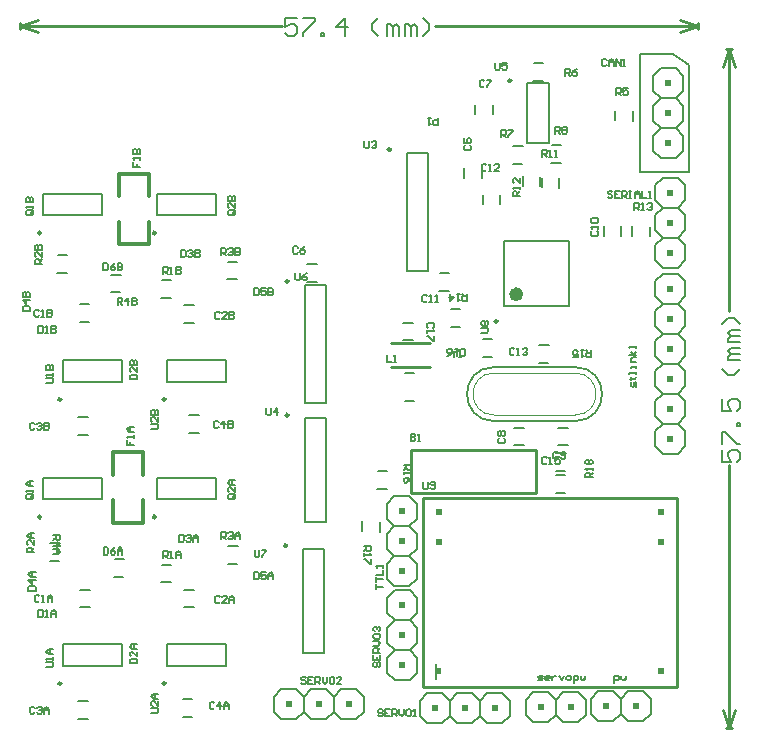
<source format=gto>
G04*
G04 #@! TF.GenerationSoftware,Altium Limited,Altium Designer,24.10.1 (45)*
G04*
G04 Layer_Color=65535*
%FSLAX44Y44*%
%MOMM*%
G71*
G04*
G04 #@! TF.SameCoordinates,C031E789-135E-4793-A04E-BF888AAD087F*
G04*
G04*
G04 #@! TF.FilePolarity,Positive*
G04*
G01*
G75*
%ADD10C,0.0508*%
%ADD11C,0.1524*%
%ADD12C,0.2500*%
%ADD13C,0.6000*%
%ADD14C,0.2000*%
%ADD15C,0.2540*%
%ADD16C,0.3048*%
%ADD17C,0.1500*%
%ADD18R,0.5080X0.5080*%
D10*
X402210Y-274720D02*
G03*
X402210Y-310280I0J-17780D01*
G01*
X470790D02*
G03*
X470790Y-274720I0J17780D01*
G01*
X402210Y-274720D02*
X470790D01*
X402210Y-310280D02*
X470790D01*
D11*
X402210Y-269640D02*
G03*
X402210Y-315360I0J-22860D01*
G01*
X470790D02*
G03*
X470790Y-269640I0J22860D01*
G01*
X435250Y-570200D02*
X447950D01*
X428900Y-563850D02*
X435250Y-570200D01*
X428900Y-551150D02*
X435250Y-544800D01*
X428900Y-563850D02*
Y-551150D01*
X454300Y-563850D02*
X460650Y-570200D01*
X473350D01*
X479700Y-563850D01*
Y-551150D01*
X473350Y-544800D02*
X479700Y-551150D01*
X460650Y-544800D02*
X473350D01*
X454300Y-551150D02*
X460650Y-544800D01*
X447950Y-570200D02*
X454300Y-563850D01*
Y-551150D01*
X447950Y-544800D02*
X454300Y-551150D01*
X435250Y-544800D02*
X447950D01*
X515650Y-544300D02*
X528350D01*
X534700Y-550650D01*
X528350Y-569700D02*
X534700Y-563350D01*
Y-550650D01*
X502950Y-544300D02*
X509300Y-550650D01*
X490250Y-544300D02*
X502950D01*
X483900Y-550650D02*
X490250Y-544300D01*
X483900Y-563350D02*
Y-550650D01*
Y-563350D02*
X490250Y-569700D01*
X502950D01*
X509300Y-563350D01*
Y-550650D02*
X515650Y-544300D01*
X509300Y-563350D02*
Y-550650D01*
Y-563350D02*
X515650Y-569700D01*
X528350D01*
X402210Y-269640D02*
X470790D01*
X402210Y-315360D02*
X470790D01*
X352706Y-533578D02*
Y-520878D01*
X311300Y-448850D02*
Y-436150D01*
X317650Y-429800D01*
X330350D01*
X336700Y-436150D01*
X311300Y-423450D02*
X317650Y-429800D01*
X311300Y-423450D02*
Y-410750D01*
X317650Y-404400D01*
X330350D01*
X336700Y-410750D01*
Y-423450D02*
Y-410750D01*
X330350Y-429800D02*
X336700Y-423450D01*
X317650Y-455200D02*
X330350D01*
X311300Y-448850D02*
X317650Y-455200D01*
X330350D02*
X336700Y-448850D01*
Y-436150D01*
X311300Y-398050D02*
X317650Y-404400D01*
X311300Y-398050D02*
Y-385350D01*
X317650Y-379000D01*
X330350D01*
X336700Y-385350D01*
Y-398050D02*
Y-385350D01*
X330350Y-404400D02*
X336700Y-398050D01*
X538800Y-260650D02*
Y-247950D01*
X545150Y-241600D01*
X557850D01*
X564200Y-247950D01*
X538800Y-235250D02*
X545150Y-241600D01*
X538800Y-235250D02*
Y-222550D01*
X545150Y-216200D01*
X557850D01*
X564200Y-222550D01*
Y-235250D02*
Y-222550D01*
X557850Y-241600D02*
X564200Y-235250D01*
X538800Y-286050D02*
X545150Y-292400D01*
X538800Y-286050D02*
Y-273350D01*
X545150Y-267000D01*
X557850D01*
X564200Y-273350D01*
Y-286050D02*
Y-273350D01*
X557850Y-292400D02*
X564200Y-286050D01*
X538800Y-260650D02*
X545150Y-267000D01*
X557850D02*
X564200Y-260650D01*
Y-247950D01*
X538800Y-336850D02*
Y-324150D01*
X545150Y-317800D01*
X557850D01*
X564200Y-324150D01*
X538800Y-311450D02*
X545150Y-317800D01*
X538800Y-311450D02*
Y-298750D01*
X545150Y-292400D01*
X557850D01*
X564200Y-298750D01*
Y-311450D02*
Y-298750D01*
X557850Y-317800D02*
X564200Y-311450D01*
X545150Y-343200D02*
X557850D01*
X538800Y-336850D02*
X545150Y-343200D01*
X557850D02*
X564200Y-336850D01*
Y-324150D01*
X538800Y-209850D02*
Y-197150D01*
X545150Y-190800D01*
X557850D01*
X564200Y-197150D01*
X538800Y-209850D02*
X545150Y-216200D01*
X557850D02*
X564200Y-209850D01*
Y-197150D01*
X337200Y-477850D02*
Y-465150D01*
X330850Y-484200D02*
X337200Y-477850D01*
X318150Y-484200D02*
X330850D01*
X311800Y-477850D02*
X318150Y-484200D01*
X330850D02*
X337200Y-490550D01*
Y-503250D02*
Y-490550D01*
X330850Y-509600D02*
X337200Y-503250D01*
X318150Y-509600D02*
X330850D01*
X311800Y-503250D02*
X318150Y-509600D01*
X311800Y-503250D02*
Y-490550D01*
X318150Y-484200D01*
Y-458800D02*
X330850D01*
X337200Y-465150D01*
X311800D02*
X318150Y-458800D01*
X311800Y-477850D02*
Y-465150D01*
X330850Y-509600D02*
X337200Y-515950D01*
Y-528650D02*
Y-515950D01*
X330850Y-535000D02*
X337200Y-528650D01*
X318150Y-535000D02*
X330850D01*
X311800Y-528650D02*
X318150Y-535000D01*
X311800Y-528650D02*
Y-515950D01*
X318150Y-509600D01*
X222250Y-542300D02*
X234950D01*
X241300Y-548650D01*
Y-561350D02*
Y-548650D01*
X234950Y-567700D02*
X241300Y-561350D01*
Y-548650D02*
X247650Y-542300D01*
X260350D01*
X266700Y-548650D01*
Y-561350D02*
Y-548650D01*
X260350Y-567700D02*
X266700Y-561350D01*
X247650Y-567700D02*
X260350D01*
X241300Y-561350D02*
X247650Y-567700D01*
X215900Y-561350D02*
Y-548650D01*
X222250Y-542300D01*
X215900Y-561350D02*
X222250Y-567700D01*
X234950D01*
X266700Y-548650D02*
X273050Y-542300D01*
X285750D01*
X292100Y-548650D01*
Y-561350D02*
Y-548650D01*
X285750Y-567700D02*
X292100Y-561350D01*
X273050Y-567700D02*
X285750D01*
X266700Y-561350D02*
X273050Y-567700D01*
X396550Y-571200D02*
X409250D01*
X390200Y-564850D02*
X396550Y-571200D01*
X390200Y-564850D02*
Y-552150D01*
X396550Y-545800D01*
X383850Y-571200D02*
X390200Y-564850D01*
X371150Y-571200D02*
X383850D01*
X364800Y-564850D02*
X371150Y-571200D01*
X364800Y-564850D02*
Y-552150D01*
X371150Y-545800D01*
X383850D01*
X390200Y-552150D01*
X415600Y-564850D02*
Y-552150D01*
X409250Y-571200D02*
X415600Y-564850D01*
X409250Y-545800D02*
X415600Y-552150D01*
X396550Y-545800D02*
X409250D01*
X358450Y-571200D02*
X364800Y-564850D01*
X345750Y-571200D02*
X358450D01*
X339400Y-564850D02*
X345750Y-571200D01*
X339400Y-564850D02*
Y-552150D01*
X345750Y-545800D01*
X358450D01*
X364800Y-552150D01*
X555850Y-42200D02*
X562200Y-35850D01*
Y-23150D01*
X555850Y-16800D02*
X562200Y-23150D01*
X543150Y-16800D02*
X555850D01*
X536800Y-23150D02*
X543150Y-16800D01*
X536800Y-35850D02*
Y-23150D01*
Y-35850D02*
X543150Y-42200D01*
X562200Y-86650D02*
Y-73950D01*
X555850Y-93000D02*
X562200Y-86650D01*
X536800D02*
X543150Y-93000D01*
X555850D01*
Y-67600D02*
X562200Y-61250D01*
Y-48550D01*
X555850Y-42200D02*
X562200Y-48550D01*
X543150Y-42200D02*
X555850D01*
X536800Y-48550D02*
X543150Y-42200D01*
X536800Y-61250D02*
Y-48550D01*
Y-61250D02*
X543150Y-67600D01*
X555850D02*
X562200Y-73950D01*
X543150Y-67600D02*
X555850D01*
X536800Y-73950D02*
X543150Y-67600D01*
X536800Y-86650D02*
Y-73950D01*
X538800Y-179250D02*
Y-166550D01*
X545150Y-160200D01*
X557850D01*
X564200Y-166550D01*
X538800Y-153850D02*
X545150Y-160200D01*
X538800Y-153850D02*
Y-141150D01*
X545150Y-134800D01*
X557850D01*
X564200Y-141150D01*
Y-153850D02*
Y-141150D01*
X557850Y-160200D02*
X564200Y-153850D01*
X545150Y-185600D02*
X557850D01*
X538800Y-179250D02*
X545150Y-185600D01*
X557850D02*
X564200Y-179250D01*
Y-166550D01*
X538800Y-128450D02*
X545150Y-134800D01*
X538800Y-128450D02*
Y-115750D01*
X545150Y-109400D01*
X557850D01*
X564200Y-115750D01*
Y-128450D02*
Y-115750D01*
X557850Y-134800D02*
X564200Y-128450D01*
X235197Y25594D02*
X225040D01*
Y17976D01*
X230118Y20515D01*
X232658D01*
X235197Y17976D01*
Y12898D01*
X232658Y10359D01*
X227579D01*
X225040Y12898D01*
X240275Y25594D02*
X250432D01*
Y23054D01*
X240275Y12898D01*
Y10359D01*
X255510D02*
Y12898D01*
X258049D01*
Y10359D01*
X255510D01*
X275824D02*
Y25594D01*
X268206Y17976D01*
X278363D01*
X303755Y10359D02*
X298676Y15437D01*
Y20515D01*
X303755Y25594D01*
X311372Y10359D02*
Y20515D01*
X313911D01*
X316450Y17976D01*
Y10359D01*
Y17976D01*
X318990Y20515D01*
X321529Y17976D01*
Y10359D01*
X326607D02*
Y20515D01*
X329146D01*
X331685Y17976D01*
Y10359D01*
Y17976D01*
X334225Y20515D01*
X336764Y17976D01*
Y10359D01*
X341842D02*
X346921Y15437D01*
Y20515D01*
X341842Y25594D01*
X595406Y-339812D02*
Y-349969D01*
X603024D01*
X600485Y-344890D01*
Y-342351D01*
X603024Y-339812D01*
X608102D01*
X610642Y-342351D01*
Y-347429D01*
X608102Y-349969D01*
X595406Y-334734D02*
Y-324577D01*
X597946D01*
X608102Y-334734D01*
X610642D01*
Y-319498D02*
X608102D01*
Y-316959D01*
X610642D01*
Y-319498D01*
X595406Y-296646D02*
Y-306803D01*
X603024D01*
X600485Y-301724D01*
Y-299185D01*
X603024Y-296646D01*
X608102D01*
X610642Y-299185D01*
Y-304263D01*
X608102Y-306803D01*
X610642Y-271254D02*
X605563Y-276332D01*
X600485D01*
X595406Y-271254D01*
X610642Y-263636D02*
X600485D01*
Y-261097D01*
X603024Y-258558D01*
X610642D01*
X603024D01*
X600485Y-256019D01*
X603024Y-253480D01*
X610642D01*
Y-248401D02*
X600485D01*
Y-245862D01*
X603024Y-243323D01*
X610642D01*
X603024D01*
X600485Y-240784D01*
X603024Y-238245D01*
X610642D01*
Y-233166D02*
X605563Y-228088D01*
X600485D01*
X595406Y-233166D01*
D12*
X405250Y-231000D02*
G03*
X405250Y-231000I-1250J0D01*
G01*
X226750Y-420900D02*
G03*
X226750Y-420900I-1250J0D01*
G01*
X228250Y-197050D02*
G03*
X228250Y-197050I-1250J0D01*
G01*
X416750Y-27000D02*
G03*
X416750Y-27000I-1250J0D01*
G01*
X18769Y-396501D02*
G03*
X18769Y-396501I-1250J0D01*
G01*
X115769D02*
G03*
X115769Y-396501I-1250J0D01*
G01*
X35769Y-537501D02*
G03*
X35769Y-537501I-1250J0D01*
G01*
X124119Y-537501D02*
G03*
X124119Y-537501I-1250J0D01*
G01*
X18700Y-156000D02*
G03*
X18700Y-156000I-1250J0D01*
G01*
X115700D02*
G03*
X115700Y-156000I-1250J0D01*
G01*
X35700Y-297000D02*
G03*
X35700Y-297000I-1250J0D01*
G01*
X124050Y-297000D02*
G03*
X124050Y-297000I-1250J0D01*
G01*
X314750Y-85550D02*
G03*
X314750Y-85550I-1250J0D01*
G01*
X228250Y-310400D02*
G03*
X228250Y-310400I-1250J0D01*
G01*
D13*
X424000Y-208000D02*
G03*
X424000Y-208000I-3000J0D01*
G01*
D14*
X377000Y-109422D02*
Y-101422D01*
X392000Y-109422D02*
Y-101422D01*
X411000Y-218000D02*
X466000D01*
X411000Y-163000D02*
X466000D01*
X411000Y-218000D02*
Y-163000D01*
X466000Y-218000D02*
Y-163000D01*
X240500Y-511500D02*
Y-423500D01*
X258500Y-511500D02*
Y-423500D01*
X240500D02*
X258500D01*
X240500Y-511500D02*
X258500D01*
X242000Y-300000D02*
Y-200000D01*
X260000Y-300000D02*
Y-200000D01*
X242000D02*
X260000D01*
X242000Y-300000D02*
X260000D01*
X430500Y-79550D02*
Y-29550D01*
X448500Y-79550D02*
Y-29550D01*
X430500D02*
X448500D01*
X430500Y-79550D02*
X448500D01*
X454500Y-357500D02*
X462500D01*
X455000Y-342500D02*
X463000D01*
X290500Y-408422D02*
Y-400422D01*
X305500Y-408922D02*
Y-400922D01*
X304000Y-358000D02*
X312000D01*
X303500Y-373000D02*
X311500D01*
X440078Y-266000D02*
X448078D01*
X440578Y-251000D02*
X448578D01*
X356000Y-205000D02*
X364000D01*
X356500Y-190000D02*
X364500D01*
X519000Y-158422D02*
Y-150422D01*
X534000Y-158922D02*
Y-150922D01*
X426500Y-116000D02*
Y-108000D01*
X441500Y-116500D02*
Y-108500D01*
X457500Y-118000D02*
Y-110000D01*
X442500Y-117500D02*
Y-109500D01*
X418500Y-82500D02*
X426500D01*
X418000Y-97500D02*
X426000D01*
X435500Y-27500D02*
X443500D01*
X436000Y-12500D02*
X444000D01*
X505000Y-60500D02*
Y-52500D01*
X520000Y-61000D02*
Y-53000D01*
X326500Y-274500D02*
X334500D01*
X326500Y-298500D02*
X334500D01*
X567500Y-16900D02*
Y-14233D01*
X553500Y-4900D02*
X567500Y-14233D01*
Y-104900D02*
Y-16900D01*
X525500Y-4900D02*
X553500D01*
X525500Y-104900D02*
Y-4900D01*
Y-104900D02*
X567500D01*
X325500Y-232000D02*
X333500D01*
X325500Y-247000D02*
X333500D01*
X454500Y-376000D02*
X462500D01*
X454500Y-361000D02*
X462500D01*
X392500Y-246000D02*
X400500D01*
X392500Y-261000D02*
X400500D01*
X407500Y-132000D02*
Y-124000D01*
X392500Y-132000D02*
Y-124000D01*
X495000Y-158500D02*
Y-150500D01*
X510000Y-158500D02*
Y-150500D01*
X456422Y-321000D02*
X464422D01*
X456422Y-336000D02*
X464422D01*
X401500Y-55500D02*
Y-47500D01*
X386500Y-55500D02*
Y-47500D01*
X244000Y-182500D02*
X252000D01*
X244000Y-197500D02*
X252000D01*
X51719Y-458000D02*
X59719D01*
X51719Y-473000D02*
X59719D01*
X140069Y-458001D02*
X148069D01*
X140069Y-473000D02*
X148069D01*
X50249Y-552750D02*
X58249D01*
X50249Y-567750D02*
X58249D01*
X138578Y-551000D02*
X146578D01*
X138578Y-566000D02*
X146578D01*
X70069Y-381501D02*
Y-363501D01*
X20069Y-381501D02*
Y-363501D01*
X70069D01*
X20069Y-381501D02*
X70069D01*
X167069D02*
Y-363501D01*
X117069Y-381501D02*
Y-363501D01*
X167069D01*
X117069Y-381501D02*
X167069D01*
X120569Y-451873D02*
X128569D01*
X121069Y-436873D02*
X129069D01*
X26500Y-419000D02*
X34500D01*
X26000Y-434000D02*
X34000D01*
X176569Y-436000D02*
X184569D01*
X177069Y-421001D02*
X185069D01*
X80422Y-447000D02*
X88422D01*
X80922Y-432000D02*
X88922D01*
X87069Y-522500D02*
Y-504501D01*
X37069Y-522500D02*
Y-504501D01*
X87069D01*
X37069Y-522500D02*
X87069D01*
X175419Y-522501D02*
Y-504501D01*
X125419Y-522501D02*
Y-504501D01*
X175419D01*
X125419Y-522501D02*
X175419D01*
X51500Y-216500D02*
X59500D01*
X51500Y-231500D02*
X59500D01*
X140000Y-217500D02*
X148000D01*
X140000Y-232500D02*
X148000D01*
X50180Y-312249D02*
X58180D01*
X50180Y-327249D02*
X58180D01*
X144000Y-310500D02*
X152000D01*
X144000Y-325500D02*
X152000D01*
X70000Y-140999D02*
Y-122999D01*
X20000Y-140999D02*
Y-122999D01*
X70000D01*
X20000Y-140999D02*
X70000D01*
X167000D02*
Y-122999D01*
X117000Y-140999D02*
Y-122999D01*
X167000D01*
X117000Y-140999D02*
X167000D01*
X120499Y-211372D02*
X128499D01*
X121000Y-196372D02*
X129000D01*
X33000Y-175000D02*
X41000D01*
X32500Y-190000D02*
X40500D01*
X176500Y-195500D02*
X184500D01*
X177000Y-180499D02*
X185000D01*
X77499Y-206372D02*
X85499D01*
X77999Y-191372D02*
X85999D01*
X87000Y-282000D02*
Y-263999D01*
X37000Y-282000D02*
Y-263999D01*
X87000D01*
X37000Y-282000D02*
X87000D01*
X175350Y-282000D02*
Y-264000D01*
X125350Y-282000D02*
Y-264000D01*
X175350D01*
X125350Y-282000D02*
X175350D01*
X328500Y-188500D02*
X346500D01*
X328500Y-88500D02*
X346500D01*
Y-188500D02*
Y-88500D01*
X328500Y-188500D02*
Y-88500D01*
X451000Y-82000D02*
X459000D01*
X450500Y-97000D02*
X458500D01*
X419500Y-321000D02*
X427500D01*
X419500Y-336000D02*
X427500D01*
X365500Y-220500D02*
X373500D01*
X365500Y-235500D02*
X373500D01*
X242000Y-401000D02*
X260000D01*
X242000Y-313000D02*
X260000D01*
Y-401000D02*
Y-313000D01*
X242000Y-401000D02*
Y-313000D01*
D15*
X556922Y-540182D02*
Y-380416D01*
X342038Y-540182D02*
X556922D01*
X342038Y-380416D02*
X556922D01*
X342038Y-540182D02*
Y-380416D01*
X315300Y-249500D02*
X347800D01*
X315300Y-269500D02*
X347800D01*
X331500Y-340000D02*
X437500D01*
Y-376500D02*
Y-340000D01*
X331500Y-376500D02*
X437500D01*
X331500D02*
Y-340000D01*
X574504Y16960D02*
Y22040D01*
X504Y16960D02*
Y22040D01*
X559264Y14420D02*
X574504Y19500D01*
X559264Y24580D02*
X574504Y19500D01*
X504D02*
X15744Y14420D01*
X504Y19500D02*
X15744Y24580D01*
X352509Y19500D02*
X574504D01*
X504D02*
X222500D01*
X598960Y-4D02*
X604040D01*
X598960Y-575004D02*
X604040D01*
X601500Y-4D02*
X606580Y-15244D01*
X596420D02*
X601500Y-4D01*
Y-575004D02*
X606580Y-559764D01*
X596420D02*
X601500Y-575004D01*
Y-222500D02*
Y-4D01*
Y-575004D02*
Y-352509D01*
D16*
X79369Y-341656D02*
X104769D01*
X79369Y-401345D02*
X104769D01*
X79369Y-360705D02*
Y-341656D01*
X104769Y-360705D02*
Y-341656D01*
Y-401345D02*
Y-382295D01*
X79369Y-401345D02*
Y-382295D01*
X84800Y-106155D02*
X110200D01*
X84800Y-165845D02*
X110200D01*
X84800Y-125205D02*
Y-106155D01*
X110200Y-125205D02*
Y-106155D01*
Y-165845D02*
Y-146795D01*
X84800Y-165845D02*
Y-146795D01*
D17*
X292500Y-78452D02*
Y-83450D01*
X293500Y-84450D01*
X295499D01*
X296499Y-83450D01*
Y-78452D01*
X298498Y-79452D02*
X299498Y-78452D01*
X301497D01*
X302497Y-79452D01*
Y-80451D01*
X301497Y-81451D01*
X300497D01*
X301497D01*
X302497Y-82451D01*
Y-83450D01*
X301497Y-84450D01*
X299498D01*
X298498Y-83450D01*
X112002Y-322000D02*
X117000D01*
X118000Y-321001D01*
Y-319001D01*
X117000Y-318001D01*
X112002D01*
X118000Y-312003D02*
Y-316002D01*
X114001Y-312003D01*
X113001D01*
X112002Y-313003D01*
Y-315002D01*
X113001Y-316002D01*
X112002Y-310004D02*
X118000D01*
Y-307005D01*
X117000Y-306005D01*
X116000D01*
X115001Y-307005D01*
Y-310004D01*
Y-307005D01*
X114001Y-306005D01*
X113001D01*
X112002Y-307005D01*
Y-310004D01*
X23002Y-283000D02*
X28000D01*
X29000Y-282000D01*
Y-280001D01*
X28000Y-279001D01*
X23002D01*
X29000Y-277002D02*
Y-275002D01*
Y-276002D01*
X23002D01*
X24002Y-277002D01*
X23002Y-272003D02*
X29000D01*
Y-269004D01*
X28000Y-268005D01*
X27001D01*
X26001Y-269004D01*
Y-272003D01*
Y-269004D01*
X25001Y-268005D01*
X24002D01*
X23002Y-269004D01*
Y-272003D01*
X83500Y-217000D02*
Y-211002D01*
X86499D01*
X87499Y-212002D01*
Y-214001D01*
X86499Y-215001D01*
X83500D01*
X85499D02*
X87499Y-217000D01*
X92497D02*
Y-211002D01*
X89498Y-214001D01*
X93497D01*
X95496Y-211002D02*
Y-217000D01*
X98495D01*
X99495Y-216000D01*
Y-215001D01*
X98495Y-214001D01*
X95496D01*
X98495D01*
X99495Y-213001D01*
Y-212002D01*
X98495Y-211002D01*
X95496D01*
X171000Y-175000D02*
Y-169002D01*
X173999D01*
X174998Y-170002D01*
Y-172001D01*
X173999Y-173001D01*
X171000D01*
X172999D02*
X174998Y-175000D01*
X176998Y-170002D02*
X177997Y-169002D01*
X179997D01*
X180997Y-170002D01*
Y-171001D01*
X179997Y-172001D01*
X178997D01*
X179997D01*
X180997Y-173001D01*
Y-174000D01*
X179997Y-175000D01*
X177997D01*
X176998Y-174000D01*
X182996Y-169002D02*
Y-175000D01*
X185995D01*
X186995Y-174000D01*
Y-173001D01*
X185995Y-172001D01*
X182996D01*
X185995D01*
X186995Y-171001D01*
Y-170002D01*
X185995Y-169002D01*
X182996D01*
X19500Y-182500D02*
X13502D01*
Y-179501D01*
X14502Y-178501D01*
X16501D01*
X17501Y-179501D01*
Y-182500D01*
Y-180501D02*
X19500Y-178501D01*
Y-172503D02*
Y-176502D01*
X15502Y-172503D01*
X14502D01*
X13502Y-173503D01*
Y-175502D01*
X14502Y-176502D01*
X13502Y-170504D02*
X19500D01*
Y-167505D01*
X18500Y-166505D01*
X17501D01*
X16501Y-167505D01*
Y-170504D01*
Y-167505D01*
X15502Y-166505D01*
X14502D01*
X13502Y-167505D01*
Y-170504D01*
X121950Y-190872D02*
Y-184874D01*
X124949D01*
X125948Y-185874D01*
Y-187873D01*
X124949Y-188873D01*
X121950D01*
X123949D02*
X125948Y-190872D01*
X127948D02*
X129947D01*
X128947D01*
Y-184874D01*
X127948Y-185874D01*
X132946Y-184874D02*
Y-190872D01*
X135945D01*
X136945Y-189872D01*
Y-188873D01*
X135945Y-187873D01*
X132946D01*
X135945D01*
X136945Y-186873D01*
Y-185874D01*
X135945Y-184874D01*
X132946D01*
X182000Y-137001D02*
X178001D01*
X177002Y-138001D01*
Y-140000D01*
X178001Y-141000D01*
X182000D01*
X183000Y-140000D01*
Y-138001D01*
X181000Y-139001D02*
X183000Y-137001D01*
Y-138001D02*
X182000Y-137001D01*
X183000Y-131003D02*
Y-135002D01*
X179001Y-131003D01*
X178001D01*
X177002Y-132003D01*
Y-134002D01*
X178001Y-135002D01*
X177002Y-129004D02*
X183000D01*
Y-126005D01*
X182000Y-125005D01*
X181000D01*
X180001Y-126005D01*
Y-129004D01*
Y-126005D01*
X179001Y-125005D01*
X178001D01*
X177002Y-126005D01*
Y-129004D01*
X11000Y-137001D02*
X7002D01*
X6002Y-138001D01*
Y-140000D01*
X7002Y-141000D01*
X11000D01*
X12000Y-140000D01*
Y-138001D01*
X10000Y-139001D02*
X12000Y-137001D01*
Y-138001D02*
X11000Y-137001D01*
X12000Y-135002D02*
Y-133003D01*
Y-134002D01*
X6002D01*
X7002Y-135002D01*
X6002Y-130003D02*
X12000D01*
Y-127004D01*
X11000Y-126005D01*
X10000D01*
X9001Y-127004D01*
Y-130003D01*
Y-127004D01*
X8001Y-126005D01*
X7002D01*
X6002Y-127004D01*
Y-130003D01*
X96502Y-96001D02*
Y-100000D01*
X99501D01*
Y-98000D01*
Y-100000D01*
X102500D01*
Y-94002D02*
Y-92002D01*
Y-93002D01*
X96502D01*
X97502Y-94002D01*
X96502Y-89003D02*
X102500D01*
Y-86004D01*
X101501Y-85005D01*
X100501D01*
X99501Y-86004D01*
Y-89003D01*
Y-86004D01*
X98502Y-85005D01*
X97502D01*
X96502Y-86004D01*
Y-89003D01*
X71500Y-181874D02*
Y-187872D01*
X74499D01*
X75498Y-186872D01*
Y-182873D01*
X74499Y-181874D01*
X71500D01*
X81496D02*
X79497Y-182873D01*
X77498Y-184873D01*
Y-186872D01*
X78498Y-187872D01*
X80497D01*
X81496Y-186872D01*
Y-185872D01*
X80497Y-184873D01*
X77498D01*
X83496Y-181874D02*
Y-187872D01*
X86495D01*
X87494Y-186872D01*
Y-185872D01*
X86495Y-184873D01*
X83496D01*
X86495D01*
X87494Y-183873D01*
Y-182873D01*
X86495Y-181874D01*
X83496D01*
X199000Y-203002D02*
Y-209000D01*
X201999D01*
X202999Y-208000D01*
Y-204002D01*
X201999Y-203002D01*
X199000D01*
X208997D02*
X204998D01*
Y-206001D01*
X206997Y-205001D01*
X207997D01*
X208997Y-206001D01*
Y-208000D01*
X207997Y-209000D01*
X205998D01*
X204998Y-208000D01*
X210996Y-203002D02*
Y-209000D01*
X213995D01*
X214995Y-208000D01*
Y-207001D01*
X213995Y-206001D01*
X210996D01*
X213995D01*
X214995Y-205001D01*
Y-204002D01*
X213995Y-203002D01*
X210996D01*
X3002Y-222000D02*
X9000D01*
Y-219001D01*
X8000Y-218001D01*
X4002D01*
X3002Y-219001D01*
Y-222000D01*
X9000Y-213003D02*
X3002D01*
X6001Y-216002D01*
Y-212003D01*
X3002Y-210004D02*
X9000D01*
Y-207005D01*
X8000Y-206005D01*
X7001D01*
X6001Y-207005D01*
Y-210004D01*
Y-207005D01*
X5001Y-206005D01*
X4002D01*
X3002Y-207005D01*
Y-210004D01*
X137000Y-170502D02*
Y-176500D01*
X139999D01*
X140999Y-175500D01*
Y-171502D01*
X139999Y-170502D01*
X137000D01*
X142998Y-171502D02*
X143998Y-170502D01*
X145997D01*
X146997Y-171502D01*
Y-172501D01*
X145997Y-173501D01*
X144997D01*
X145997D01*
X146997Y-174501D01*
Y-175500D01*
X145997Y-176500D01*
X143998D01*
X142998Y-175500D01*
X148996Y-170502D02*
Y-176500D01*
X151995D01*
X152995Y-175500D01*
Y-174501D01*
X151995Y-173501D01*
X148996D01*
X151995D01*
X152995Y-172501D01*
Y-171502D01*
X151995Y-170502D01*
X148996D01*
X94002Y-280000D02*
X100000D01*
Y-277001D01*
X99000Y-276001D01*
X95001D01*
X94002Y-277001D01*
Y-280000D01*
X100000Y-270003D02*
Y-274002D01*
X96001Y-270003D01*
X95001D01*
X94002Y-271003D01*
Y-273002D01*
X95001Y-274002D01*
X94002Y-268004D02*
X100000D01*
Y-265005D01*
X99000Y-264005D01*
X98000D01*
X97001Y-265005D01*
Y-268004D01*
Y-265005D01*
X96001Y-264005D01*
X95001D01*
X94002Y-265005D01*
Y-268004D01*
X16442Y-234834D02*
Y-240832D01*
X19441D01*
X20441Y-239832D01*
Y-235834D01*
X19441Y-234834D01*
X16442D01*
X22440Y-240832D02*
X24439D01*
X23440D01*
Y-234834D01*
X22440Y-235834D01*
X27438Y-234834D02*
Y-240832D01*
X30438D01*
X31437Y-239832D01*
Y-238833D01*
X30438Y-237833D01*
X27438D01*
X30438D01*
X31437Y-236833D01*
Y-235834D01*
X30438Y-234834D01*
X27438D01*
X168998Y-316001D02*
X167999Y-315002D01*
X165999D01*
X165000Y-316001D01*
Y-320000D01*
X165999Y-321000D01*
X167999D01*
X168998Y-320000D01*
X173997Y-321000D02*
Y-315002D01*
X170998Y-318001D01*
X174996D01*
X176996Y-315002D02*
Y-321000D01*
X179995D01*
X180994Y-320000D01*
Y-319000D01*
X179995Y-318001D01*
X176996D01*
X179995D01*
X180994Y-317001D01*
Y-316001D01*
X179995Y-315002D01*
X176996D01*
X13178Y-317623D02*
X12178Y-316623D01*
X10179D01*
X9179Y-317623D01*
Y-321622D01*
X10179Y-322621D01*
X12178D01*
X13178Y-321622D01*
X15177Y-317623D02*
X16177Y-316623D01*
X18176D01*
X19176Y-317623D01*
Y-318623D01*
X18176Y-319622D01*
X17177D01*
X18176D01*
X19176Y-320622D01*
Y-321622D01*
X18176Y-322621D01*
X16177D01*
X15177Y-321622D01*
X21175Y-316623D02*
Y-322621D01*
X24174D01*
X25174Y-321622D01*
Y-320622D01*
X24174Y-319622D01*
X21175D01*
X24174D01*
X25174Y-318623D01*
Y-317623D01*
X24174Y-316623D01*
X21175D01*
X169998Y-224002D02*
X168999Y-223002D01*
X166999D01*
X166000Y-224002D01*
Y-228000D01*
X166999Y-229000D01*
X168999D01*
X169998Y-228000D01*
X175997Y-229000D02*
X171998D01*
X175997Y-225001D01*
Y-224002D01*
X174997Y-223002D01*
X172997D01*
X171998Y-224002D01*
X177996Y-223002D02*
Y-229000D01*
X180995D01*
X181995Y-228000D01*
Y-227001D01*
X180995Y-226001D01*
X177996D01*
X180995D01*
X181995Y-225001D01*
Y-224002D01*
X180995Y-223002D01*
X177996D01*
X16998Y-222002D02*
X15999Y-221002D01*
X14000D01*
X13000Y-222002D01*
Y-226000D01*
X14000Y-227000D01*
X15999D01*
X16998Y-226000D01*
X18998Y-227000D02*
X20997D01*
X19998D01*
Y-221002D01*
X18998Y-222002D01*
X23996Y-221002D02*
Y-227000D01*
X26995D01*
X27995Y-226000D01*
Y-225001D01*
X26995Y-224001D01*
X23996D01*
X26995D01*
X27995Y-223001D01*
Y-222002D01*
X26995Y-221002D01*
X23996D01*
X209500Y-304502D02*
Y-309500D01*
X210500Y-310500D01*
X212499D01*
X213499Y-309500D01*
Y-304502D01*
X218497Y-310500D02*
Y-304502D01*
X215498Y-307501D01*
X219497D01*
X112071Y-562501D02*
X117069D01*
X118069Y-561501D01*
Y-559502D01*
X117069Y-558502D01*
X112071D01*
X118069Y-552504D02*
Y-556503D01*
X114070Y-552504D01*
X113071D01*
X112071Y-553504D01*
Y-555503D01*
X113071Y-556503D01*
X118069Y-550505D02*
X114070D01*
X112071Y-548505D01*
X114070Y-546506D01*
X118069D01*
X115070D01*
Y-550505D01*
X23071Y-523501D02*
X28069D01*
X29069Y-522501D01*
Y-520502D01*
X28069Y-519502D01*
X23071D01*
X29069Y-517503D02*
Y-515503D01*
Y-516503D01*
X23071D01*
X24071Y-517503D01*
X29069Y-512504D02*
X25070D01*
X23071Y-510505D01*
X25070Y-508506D01*
X29069D01*
X26070D01*
Y-512504D01*
X28922Y-412081D02*
X34920D01*
Y-415080D01*
X33921Y-416080D01*
X31921D01*
X30922Y-415080D01*
Y-412081D01*
Y-414080D02*
X28922Y-416080D01*
Y-421078D02*
X34920D01*
X31921Y-418079D01*
Y-422078D01*
X28922Y-424077D02*
X32921D01*
X34920Y-426077D01*
X32921Y-428076D01*
X28922D01*
X31921D01*
Y-424077D01*
X171069Y-415501D02*
Y-409502D01*
X174068D01*
X175068Y-410502D01*
Y-412502D01*
X174068Y-413501D01*
X171069D01*
X173068D02*
X175068Y-415501D01*
X177067Y-410502D02*
X178067Y-409502D01*
X180066D01*
X181066Y-410502D01*
Y-411502D01*
X180066Y-412502D01*
X179067D01*
X180066D01*
X181066Y-413501D01*
Y-414501D01*
X180066Y-415501D01*
X178067D01*
X177067Y-414501D01*
X183065Y-415501D02*
Y-411502D01*
X185065Y-409502D01*
X187064Y-411502D01*
Y-415501D01*
Y-412502D01*
X183065D01*
X13000Y-426500D02*
X7002D01*
Y-423501D01*
X8002Y-422501D01*
X10001D01*
X11001Y-423501D01*
Y-426500D01*
Y-424501D02*
X13000Y-422501D01*
Y-416503D02*
Y-420502D01*
X9001Y-416503D01*
X8002D01*
X7002Y-417503D01*
Y-419502D01*
X8002Y-420502D01*
X13000Y-414504D02*
X9001D01*
X7002Y-412505D01*
X9001Y-410505D01*
X13000D01*
X10001D01*
Y-414504D01*
X122019Y-431373D02*
Y-425375D01*
X125018D01*
X126018Y-426374D01*
Y-428374D01*
X125018Y-429373D01*
X122019D01*
X124018D02*
X126018Y-431373D01*
X128017D02*
X130016D01*
X129017D01*
Y-425375D01*
X128017Y-426374D01*
X133015Y-431373D02*
Y-427374D01*
X135015Y-425375D01*
X137014Y-427374D01*
Y-431373D01*
Y-428374D01*
X133015D01*
X182069Y-377502D02*
X178071D01*
X177071Y-378502D01*
Y-380501D01*
X178071Y-381501D01*
X182069D01*
X183069Y-380501D01*
Y-378502D01*
X181070Y-379501D02*
X183069Y-377502D01*
Y-378502D02*
X182069Y-377502D01*
X183069Y-371504D02*
Y-375503D01*
X179070Y-371504D01*
X178071D01*
X177071Y-372504D01*
Y-374503D01*
X178071Y-375503D01*
X183069Y-369505D02*
X179070D01*
X177071Y-367505D01*
X179070Y-365506D01*
X183069D01*
X180070D01*
Y-369505D01*
X11069Y-377502D02*
X7071D01*
X6071Y-378502D01*
Y-380501D01*
X7071Y-381501D01*
X11069D01*
X12069Y-380501D01*
Y-378502D01*
X10070Y-379501D02*
X12069Y-377502D01*
Y-378502D02*
X11069Y-377502D01*
X12069Y-375503D02*
Y-373503D01*
Y-374503D01*
X6071D01*
X7071Y-375503D01*
X12069Y-370504D02*
X8070D01*
X6071Y-368505D01*
X8070Y-366506D01*
X12069D01*
X9070D01*
Y-370504D01*
X91071Y-331502D02*
Y-335501D01*
X94070D01*
Y-333501D01*
Y-335501D01*
X97069D01*
Y-329502D02*
Y-327503D01*
Y-328503D01*
X91071D01*
X92071Y-329502D01*
X97069Y-324504D02*
X93070D01*
X91071Y-322505D01*
X93070Y-320505D01*
X97069D01*
X94070D01*
Y-324504D01*
X71569Y-422374D02*
Y-428372D01*
X74568D01*
X75568Y-427373D01*
Y-423374D01*
X74568Y-422374D01*
X71569D01*
X81566D02*
X79566Y-423374D01*
X77567Y-425373D01*
Y-427373D01*
X78567Y-428372D01*
X80566D01*
X81566Y-427373D01*
Y-426373D01*
X80566Y-425373D01*
X77567D01*
X83565Y-428372D02*
Y-424374D01*
X85564Y-422374D01*
X87564Y-424374D01*
Y-428372D01*
Y-425373D01*
X83565D01*
X199069Y-443503D02*
Y-449501D01*
X202068D01*
X203068Y-448501D01*
Y-444502D01*
X202068Y-443503D01*
X199069D01*
X209066D02*
X205067D01*
Y-446502D01*
X207066Y-445502D01*
X208066D01*
X209066Y-446502D01*
Y-448501D01*
X208066Y-449501D01*
X206067D01*
X205067Y-448501D01*
X211065Y-449501D02*
Y-445502D01*
X213064Y-443503D01*
X215064Y-445502D01*
Y-449501D01*
Y-446502D01*
X211065D01*
X8002Y-459000D02*
X14000D01*
Y-456001D01*
X13000Y-455001D01*
X9002D01*
X8002Y-456001D01*
Y-459000D01*
X14000Y-450003D02*
X8002D01*
X11001Y-453002D01*
Y-449003D01*
X14000Y-447004D02*
X10001D01*
X8002Y-445005D01*
X10001Y-443005D01*
X14000D01*
X11001D01*
Y-447004D01*
X135500Y-411502D02*
Y-417500D01*
X138499D01*
X139499Y-416500D01*
Y-412502D01*
X138499Y-411502D01*
X135500D01*
X141498Y-412502D02*
X142498Y-411502D01*
X144497D01*
X145497Y-412502D01*
Y-413501D01*
X144497Y-414501D01*
X143497D01*
X144497D01*
X145497Y-415501D01*
Y-416500D01*
X144497Y-417500D01*
X142498D01*
X141498Y-416500D01*
X147496Y-417500D02*
Y-413501D01*
X149495Y-411502D01*
X151495Y-413501D01*
Y-417500D01*
Y-414501D01*
X147496D01*
X94071Y-520501D02*
X100069D01*
Y-517502D01*
X99069Y-516502D01*
X95071D01*
X94071Y-517502D01*
Y-520501D01*
X100069Y-510504D02*
Y-514502D01*
X96070Y-510504D01*
X95071D01*
X94071Y-511503D01*
Y-513503D01*
X95071Y-514502D01*
X100069Y-508504D02*
X96070D01*
X94071Y-506505D01*
X96070Y-504506D01*
X100069D01*
X97070D01*
Y-508504D01*
X16442Y-475372D02*
Y-481370D01*
X19441D01*
X20441Y-480370D01*
Y-476372D01*
X19441Y-475372D01*
X16442D01*
X22440Y-481370D02*
X24439D01*
X23440D01*
Y-475372D01*
X22440Y-476372D01*
X27438Y-481370D02*
Y-477371D01*
X29438Y-475372D01*
X31437Y-477371D01*
Y-481370D01*
Y-478371D01*
X27438D01*
X165499Y-554502D02*
X164499Y-553502D01*
X162500D01*
X161500Y-554502D01*
Y-558500D01*
X162500Y-559500D01*
X164499D01*
X165499Y-558500D01*
X170497Y-559500D02*
Y-553502D01*
X167498Y-556501D01*
X171497D01*
X173496Y-559500D02*
Y-555501D01*
X175495Y-553502D01*
X177495Y-555501D01*
Y-559500D01*
Y-556501D01*
X173496D01*
X13247Y-558124D02*
X12248Y-557124D01*
X10248D01*
X9248Y-558124D01*
Y-562122D01*
X10248Y-563122D01*
X12248D01*
X13247Y-562122D01*
X15246Y-558124D02*
X16246Y-557124D01*
X18246D01*
X19245Y-558124D01*
Y-559123D01*
X18246Y-560123D01*
X17246D01*
X18246D01*
X19245Y-561123D01*
Y-562122D01*
X18246Y-563122D01*
X16246D01*
X15246Y-562122D01*
X21245Y-563122D02*
Y-559123D01*
X23244Y-557124D01*
X25243Y-559123D01*
Y-563122D01*
Y-560123D01*
X21245D01*
X170068Y-464502D02*
X169068Y-463503D01*
X167069D01*
X166069Y-464502D01*
Y-468501D01*
X167069Y-469501D01*
X169068D01*
X170068Y-468501D01*
X176066Y-469501D02*
X172067D01*
X176066Y-465502D01*
Y-464502D01*
X175066Y-463503D01*
X173067D01*
X172067Y-464502D01*
X178065Y-469501D02*
Y-465502D01*
X180065Y-463503D01*
X182064Y-465502D01*
Y-469501D01*
Y-466502D01*
X178065D01*
X17218Y-463502D02*
X16218Y-462502D01*
X14219D01*
X13219Y-463502D01*
Y-467500D01*
X14219Y-468500D01*
X16218D01*
X17218Y-467500D01*
X19217Y-468500D02*
X21216D01*
X20217D01*
Y-462502D01*
X19217Y-463502D01*
X24215Y-468500D02*
Y-464501D01*
X26215Y-462502D01*
X28214Y-464501D01*
Y-468500D01*
Y-465501D01*
X24215D01*
X331656Y-326274D02*
Y-332272D01*
X334655D01*
X335655Y-331272D01*
Y-330273D01*
X334655Y-329273D01*
X331656D01*
X334655D01*
X335655Y-328273D01*
Y-327274D01*
X334655Y-326274D01*
X331656D01*
X337654Y-332272D02*
X339653D01*
X338654D01*
Y-326274D01*
X337654Y-327274D01*
X236087Y-168524D02*
X235087Y-167524D01*
X233088D01*
X232088Y-168524D01*
Y-172522D01*
X233088Y-173522D01*
X235087D01*
X236087Y-172522D01*
X242085Y-167524D02*
X240085Y-168524D01*
X238086Y-170523D01*
Y-172522D01*
X239086Y-173522D01*
X241085D01*
X242085Y-172522D01*
Y-171523D01*
X241085Y-170523D01*
X238086D01*
X393999Y-27502D02*
X392999Y-26502D01*
X391000D01*
X390000Y-27502D01*
Y-31500D01*
X391000Y-32500D01*
X392999D01*
X393999Y-31500D01*
X395998Y-26502D02*
X399997D01*
Y-27502D01*
X395998Y-31500D01*
Y-32500D01*
X406502Y-330001D02*
X405502Y-331001D01*
Y-333000D01*
X406502Y-334000D01*
X410500D01*
X411500Y-333000D01*
Y-331001D01*
X410500Y-330001D01*
X406502Y-328002D02*
X405502Y-327002D01*
Y-325003D01*
X406502Y-324003D01*
X407501D01*
X408501Y-325003D01*
X409501Y-324003D01*
X410500D01*
X411500Y-325003D01*
Y-327002D01*
X410500Y-328002D01*
X409501D01*
X408501Y-327002D01*
X407501Y-328002D01*
X406502D01*
X408501Y-327002D02*
Y-325003D01*
X456499Y-342502D02*
X455499Y-341502D01*
X453500D01*
X452500Y-342502D01*
Y-346500D01*
X453500Y-347500D01*
X455499D01*
X456499Y-346500D01*
X458498D02*
X459498Y-347500D01*
X461497D01*
X462497Y-346500D01*
Y-342502D01*
X461497Y-341502D01*
X459498D01*
X458498Y-342502D01*
Y-343501D01*
X459498Y-344501D01*
X462497D01*
X485502Y-154501D02*
X484502Y-155501D01*
Y-157500D01*
X485502Y-158500D01*
X489500D01*
X490500Y-157500D01*
Y-155501D01*
X489500Y-154501D01*
X490500Y-152502D02*
Y-150503D01*
Y-151502D01*
X484502D01*
X485502Y-152502D01*
Y-147504D02*
X484502Y-146504D01*
Y-144505D01*
X485502Y-143505D01*
X489500D01*
X490500Y-144505D01*
Y-146504D01*
X489500Y-147504D01*
X485502D01*
X345499Y-209502D02*
X344499Y-208502D01*
X342500D01*
X341500Y-209502D01*
Y-213500D01*
X342500Y-214500D01*
X344499D01*
X345499Y-213500D01*
X347498Y-214500D02*
X349497D01*
X348498D01*
Y-208502D01*
X347498Y-209502D01*
X352496Y-214500D02*
X354496D01*
X353496D01*
Y-208502D01*
X352496Y-209502D01*
X395599Y-98928D02*
X394599Y-97928D01*
X392600D01*
X391600Y-98928D01*
Y-102926D01*
X392600Y-103926D01*
X394599D01*
X395599Y-102926D01*
X397598Y-103926D02*
X399597D01*
X398598D01*
Y-97928D01*
X397598Y-98928D01*
X406595Y-103926D02*
X402596D01*
X406595Y-99927D01*
Y-98928D01*
X405596Y-97928D01*
X403596D01*
X402596Y-98928D01*
X419499Y-254502D02*
X418499Y-253502D01*
X416500D01*
X415500Y-254502D01*
Y-258500D01*
X416500Y-259500D01*
X418499D01*
X419499Y-258500D01*
X421498Y-259500D02*
X423497D01*
X422498D01*
Y-253502D01*
X421498Y-254502D01*
X426496D02*
X427496Y-253502D01*
X429496D01*
X430495Y-254502D01*
Y-255501D01*
X429496Y-256501D01*
X428496D01*
X429496D01*
X430495Y-257501D01*
Y-258500D01*
X429496Y-259500D01*
X427496D01*
X426496Y-258500D01*
X446907Y-346832D02*
X445907Y-345832D01*
X443908D01*
X442908Y-346832D01*
Y-350830D01*
X443908Y-351830D01*
X445907D01*
X446907Y-350830D01*
X448906Y-351830D02*
X450905D01*
X449906D01*
Y-345832D01*
X448906Y-346832D01*
X457903Y-345832D02*
X453904D01*
Y-348831D01*
X455904Y-347831D01*
X456903D01*
X457903Y-348831D01*
Y-350830D01*
X456903Y-351830D01*
X454904D01*
X453904Y-350830D01*
X373501Y-259498D02*
X374501Y-260498D01*
X376500D01*
X377500Y-259498D01*
Y-255500D01*
X376500Y-254500D01*
X374501D01*
X373501Y-255500D01*
X371502Y-254500D02*
X369502D01*
X370502D01*
Y-260498D01*
X371502Y-259498D01*
X362505Y-260498D02*
X364504Y-259498D01*
X366503Y-257499D01*
Y-255500D01*
X365504Y-254500D01*
X363504D01*
X362505Y-255500D01*
Y-256499D01*
X363504Y-257499D01*
X366503D01*
X350498Y-236499D02*
X351498Y-235499D01*
Y-233500D01*
X350498Y-232500D01*
X346500D01*
X345500Y-233500D01*
Y-235499D01*
X346500Y-236499D01*
X345500Y-238498D02*
Y-240497D01*
Y-239498D01*
X351498D01*
X350498Y-238498D01*
X351498Y-243496D02*
Y-247495D01*
X350498D01*
X346500Y-243496D01*
X345500D01*
X497499Y-9502D02*
X496499Y-8502D01*
X494500D01*
X493500Y-9502D01*
Y-13500D01*
X494500Y-14500D01*
X496499D01*
X497499Y-13500D01*
X499498Y-14500D02*
Y-10501D01*
X501497Y-8502D01*
X503497Y-10501D01*
Y-14500D01*
Y-11501D01*
X499498D01*
X505496Y-14500D02*
Y-8502D01*
X509495Y-14500D01*
Y-8502D01*
X511494Y-14500D02*
X513493D01*
X512494D01*
Y-8502D01*
X511494Y-9502D01*
X311590Y-259472D02*
Y-265470D01*
X315589D01*
X317588D02*
X319587D01*
X318588D01*
Y-259472D01*
X317588Y-260472D01*
X505500Y-39500D02*
Y-33502D01*
X508499D01*
X509499Y-34502D01*
Y-36501D01*
X508499Y-37501D01*
X505500D01*
X507499D02*
X509499Y-39500D01*
X515497Y-33502D02*
X511498D01*
Y-36501D01*
X513497Y-35501D01*
X514497D01*
X515497Y-36501D01*
Y-38500D01*
X514497Y-39500D01*
X512498D01*
X511498Y-38500D01*
X462500Y-23000D02*
Y-17002D01*
X465499D01*
X466499Y-18002D01*
Y-20001D01*
X465499Y-21001D01*
X462500D01*
X464499D02*
X466499Y-23000D01*
X472497Y-17002D02*
X470497Y-18002D01*
X468498Y-20001D01*
Y-22000D01*
X469498Y-23000D01*
X471497D01*
X472497Y-22000D01*
Y-21001D01*
X471497Y-20001D01*
X468498D01*
X408110Y-74970D02*
Y-68972D01*
X411109D01*
X412109Y-69972D01*
Y-71971D01*
X411109Y-72971D01*
X408110D01*
X410109D02*
X412109Y-74970D01*
X414108Y-68972D02*
X418107D01*
Y-69972D01*
X414108Y-73970D01*
Y-74970D01*
X454000Y-72000D02*
Y-66002D01*
X456999D01*
X457999Y-67002D01*
Y-69001D01*
X456999Y-70001D01*
X454000D01*
X455999D02*
X457999Y-72000D01*
X459998Y-67002D02*
X460998Y-66002D01*
X462997D01*
X463997Y-67002D01*
Y-68001D01*
X462997Y-69001D01*
X463997Y-70001D01*
Y-71000D01*
X462997Y-72000D01*
X460998D01*
X459998Y-71000D01*
Y-70001D01*
X460998Y-69001D01*
X459998Y-68001D01*
Y-67002D01*
X460998Y-69001D02*
X462997D01*
X442908Y-91480D02*
Y-85482D01*
X445907D01*
X446907Y-86482D01*
Y-88481D01*
X445907Y-89481D01*
X442908D01*
X444907D02*
X446907Y-91480D01*
X448906D02*
X450905D01*
X449906D01*
Y-85482D01*
X448906Y-86482D01*
X453904Y-91480D02*
X455904D01*
X454904D01*
Y-85482D01*
X453904Y-86482D01*
X424000Y-125000D02*
X418002D01*
Y-122001D01*
X419002Y-121001D01*
X421001D01*
X422001Y-122001D01*
Y-125000D01*
Y-123001D02*
X424000Y-121001D01*
Y-119002D02*
Y-117003D01*
Y-118002D01*
X418002D01*
X419002Y-119002D01*
X424000Y-110005D02*
Y-114004D01*
X420001Y-110005D01*
X419002D01*
X418002Y-111004D01*
Y-113004D01*
X419002Y-114004D01*
X521000Y-137000D02*
Y-131002D01*
X523999D01*
X524999Y-132002D01*
Y-134001D01*
X523999Y-135001D01*
X521000D01*
X522999D02*
X524999Y-137000D01*
X526998D02*
X528997D01*
X527998D01*
Y-131002D01*
X526998Y-132002D01*
X531996D02*
X532996Y-131002D01*
X534995D01*
X535995Y-132002D01*
Y-133001D01*
X534995Y-134001D01*
X533996D01*
X534995D01*
X535995Y-135001D01*
Y-136000D01*
X534995Y-137000D01*
X532996D01*
X531996Y-136000D01*
X379000Y-207500D02*
Y-213498D01*
X376001D01*
X375001Y-212498D01*
Y-210499D01*
X376001Y-209499D01*
X379000D01*
X377001D02*
X375001Y-207500D01*
X373002D02*
X371003D01*
X372002D01*
Y-213498D01*
X373002Y-212498D01*
X365005Y-207500D02*
Y-213498D01*
X368004Y-210499D01*
X364005D01*
X484000Y-255500D02*
Y-261498D01*
X481001D01*
X480001Y-260498D01*
Y-258499D01*
X481001Y-257499D01*
X484000D01*
X482001D02*
X480001Y-255500D01*
X478002D02*
X476003D01*
X477002D01*
Y-261498D01*
X478002Y-260498D01*
X469005Y-261498D02*
X473004D01*
Y-258499D01*
X471004Y-259499D01*
X470005D01*
X469005Y-258499D01*
Y-256500D01*
X470005Y-255500D01*
X472004D01*
X473004Y-256500D01*
X326000Y-352500D02*
X331998D01*
Y-355499D01*
X330998Y-356499D01*
X328999D01*
X327999Y-355499D01*
Y-352500D01*
Y-354499D02*
X326000Y-356499D01*
Y-358498D02*
Y-360497D01*
Y-359498D01*
X331998D01*
X330998Y-358498D01*
X331998Y-367495D02*
X330998Y-365496D01*
X328999Y-363496D01*
X327000D01*
X326000Y-364496D01*
Y-366496D01*
X327000Y-367495D01*
X327999D01*
X328999Y-366496D01*
Y-363496D01*
X292000Y-421500D02*
X297998D01*
Y-424499D01*
X296998Y-425499D01*
X294999D01*
X293999Y-424499D01*
Y-421500D01*
Y-423499D02*
X292000Y-425499D01*
Y-427498D02*
Y-429497D01*
Y-428498D01*
X297998D01*
X296998Y-427498D01*
X297998Y-432496D02*
Y-436495D01*
X296998D01*
X293000Y-432496D01*
X292000D01*
X485578Y-363000D02*
X479580D01*
Y-360001D01*
X480580Y-359001D01*
X482579D01*
X483579Y-360001D01*
Y-363000D01*
Y-361001D02*
X485578Y-359001D01*
Y-357002D02*
Y-355003D01*
Y-356002D01*
X479580D01*
X480580Y-357002D01*
Y-352004D02*
X479580Y-351004D01*
Y-349005D01*
X480580Y-348005D01*
X481579D01*
X482579Y-349005D01*
X483579Y-348005D01*
X484578D01*
X485578Y-349005D01*
Y-351004D01*
X484578Y-352004D01*
X483579D01*
X482579Y-351004D01*
X481579Y-352004D01*
X480580D01*
X482579Y-351004D02*
Y-349005D01*
X307999Y-560502D02*
X306999Y-559502D01*
X305000D01*
X304000Y-560502D01*
Y-561501D01*
X305000Y-562501D01*
X306999D01*
X307999Y-563501D01*
Y-564500D01*
X306999Y-565500D01*
X305000D01*
X304000Y-564500D01*
X313997Y-559502D02*
X309998D01*
Y-565500D01*
X313997D01*
X309998Y-562501D02*
X311997D01*
X315996Y-565500D02*
Y-559502D01*
X318995D01*
X319995Y-560502D01*
Y-562501D01*
X318995Y-563501D01*
X315996D01*
X317995D02*
X319995Y-565500D01*
X321994Y-559502D02*
Y-563501D01*
X323993Y-565500D01*
X325993Y-563501D01*
Y-559502D01*
X330991D02*
X328992D01*
X327992Y-560502D01*
Y-564500D01*
X328992Y-565500D01*
X330991D01*
X331991Y-564500D01*
Y-560502D01*
X330991Y-559502D01*
X333990Y-565500D02*
X335990D01*
X334990D01*
Y-559502D01*
X333990Y-560502D01*
X242999Y-533002D02*
X241999Y-532002D01*
X240000D01*
X239000Y-533002D01*
Y-534001D01*
X240000Y-535001D01*
X241999D01*
X242999Y-536001D01*
Y-537000D01*
X241999Y-538000D01*
X240000D01*
X239000Y-537000D01*
X248997Y-532002D02*
X244998D01*
Y-538000D01*
X248997D01*
X244998Y-535001D02*
X246997D01*
X250996Y-538000D02*
Y-532002D01*
X253995D01*
X254995Y-533002D01*
Y-535001D01*
X253995Y-536001D01*
X250996D01*
X252995D02*
X254995Y-538000D01*
X256994Y-532002D02*
Y-536001D01*
X258993Y-538000D01*
X260993Y-536001D01*
Y-532002D01*
X265991D02*
X263992D01*
X262992Y-533002D01*
Y-537000D01*
X263992Y-538000D01*
X265991D01*
X266991Y-537000D01*
Y-533002D01*
X265991Y-532002D01*
X272989Y-538000D02*
X268990D01*
X272989Y-534001D01*
Y-533002D01*
X271989Y-532002D01*
X269990D01*
X268990Y-533002D01*
X301002Y-519501D02*
X300002Y-520501D01*
Y-522500D01*
X301002Y-523500D01*
X302001D01*
X303001Y-522500D01*
Y-520501D01*
X304001Y-519501D01*
X305000D01*
X306000Y-520501D01*
Y-522500D01*
X305000Y-523500D01*
X300002Y-513503D02*
Y-517502D01*
X306000D01*
Y-513503D01*
X303001Y-517502D02*
Y-515503D01*
X306000Y-511504D02*
X300002D01*
Y-508505D01*
X301002Y-507505D01*
X303001D01*
X304001Y-508505D01*
Y-511504D01*
Y-509505D02*
X306000Y-507505D01*
X300002Y-505506D02*
X304001D01*
X306000Y-503507D01*
X304001Y-501507D01*
X300002D01*
Y-496509D02*
Y-498508D01*
X301002Y-499508D01*
X305000D01*
X306000Y-498508D01*
Y-496509D01*
X305000Y-495509D01*
X301002D01*
X300002Y-496509D01*
X301002Y-493510D02*
X300002Y-492510D01*
Y-490511D01*
X301002Y-489511D01*
X302001D01*
X303001Y-490511D01*
Y-491510D01*
Y-490511D01*
X304001Y-489511D01*
X305000D01*
X306000Y-490511D01*
Y-492510D01*
X305000Y-493510D01*
X522500Y-286500D02*
Y-283501D01*
X521501Y-282501D01*
X520501Y-283501D01*
Y-285500D01*
X519501Y-286500D01*
X518502Y-285500D01*
Y-282501D01*
X517502Y-279502D02*
X518502D01*
Y-280502D01*
Y-278502D01*
Y-279502D01*
X521501D01*
X522500Y-278502D01*
Y-275503D02*
Y-273504D01*
Y-274504D01*
X516502D01*
Y-275503D01*
X522500Y-270505D02*
Y-268506D01*
Y-269505D01*
X518502D01*
Y-270505D01*
X522500Y-265507D02*
X518502D01*
Y-262508D01*
X519501Y-261508D01*
X522500D01*
Y-259508D02*
X516502D01*
X520501D02*
X518502Y-256509D01*
X520501Y-259508D02*
X522500Y-256509D01*
Y-253510D02*
Y-251511D01*
Y-252511D01*
X516502D01*
X517502Y-253510D01*
X302002Y-457500D02*
Y-453501D01*
Y-455501D01*
X308000D01*
X302002Y-451502D02*
Y-447503D01*
Y-449503D01*
X308000D01*
X302002Y-445504D02*
X308000D01*
Y-441505D01*
Y-439506D02*
Y-437506D01*
Y-438506D01*
X302002D01*
X303002Y-439506D01*
X403030Y-11822D02*
Y-16820D01*
X404030Y-17820D01*
X406029D01*
X407029Y-16820D01*
Y-11822D01*
X413027D02*
X409028D01*
Y-14821D01*
X411027Y-13821D01*
X412027D01*
X413027Y-14821D01*
Y-16820D01*
X412027Y-17820D01*
X410028D01*
X409028Y-16820D01*
X234000Y-190002D02*
Y-195000D01*
X235000Y-196000D01*
X236999D01*
X237999Y-195000D01*
Y-190002D01*
X243997D02*
X241997Y-191002D01*
X239998Y-193001D01*
Y-195000D01*
X240998Y-196000D01*
X242997D01*
X243997Y-195000D01*
Y-194001D01*
X242997Y-193001D01*
X239998D01*
X199500Y-424502D02*
Y-429500D01*
X200500Y-430500D01*
X202499D01*
X203499Y-429500D01*
Y-424502D01*
X205498D02*
X209497D01*
Y-425502D01*
X205498Y-429500D01*
Y-430500D01*
X391502Y-240500D02*
X396500D01*
X397500Y-239500D01*
Y-237501D01*
X396500Y-236501D01*
X391502D01*
X392502Y-234502D02*
X391502Y-233502D01*
Y-231503D01*
X392502Y-230503D01*
X393501D01*
X394501Y-231503D01*
X395501Y-230503D01*
X396500D01*
X397500Y-231503D01*
Y-233502D01*
X396500Y-234502D01*
X395501D01*
X394501Y-233502D01*
X393501Y-234502D01*
X392502D01*
X394501Y-233502D02*
Y-231503D01*
X342324Y-366660D02*
Y-371658D01*
X343324Y-372658D01*
X345323D01*
X346323Y-371658D01*
Y-366660D01*
X348322Y-371658D02*
X349322Y-372658D01*
X351321D01*
X352321Y-371658D01*
Y-367660D01*
X351321Y-366660D01*
X349322D01*
X348322Y-367660D01*
Y-368659D01*
X349322Y-369659D01*
X352321D01*
X366454Y-254900D02*
Y-255900D01*
X368453Y-257899D01*
X370453Y-255900D01*
Y-254900D01*
X368453Y-257899D02*
Y-260898D01*
X372452D02*
X374451D01*
X373452D01*
Y-254900D01*
X372452Y-255900D01*
X354500Y-58500D02*
Y-64498D01*
X351501D01*
X350501Y-63498D01*
Y-61499D01*
X351501Y-60499D01*
X354500D01*
X348502Y-58500D02*
X346503D01*
X347502D01*
Y-64498D01*
X348502Y-63498D01*
X504000Y-536999D02*
Y-531001D01*
X506999D01*
X507999Y-532001D01*
Y-534000D01*
X506999Y-535000D01*
X504000D01*
X509998Y-531001D02*
Y-534000D01*
X510998Y-535000D01*
X511997Y-534000D01*
X512997Y-535000D01*
X513997Y-534000D01*
Y-531001D01*
X439500Y-535000D02*
X442499D01*
X443499Y-534000D01*
X442499Y-533001D01*
X440500D01*
X439500Y-532001D01*
X440500Y-531001D01*
X443499D01*
X448497Y-535000D02*
X446498D01*
X445498Y-534000D01*
Y-532001D01*
X446498Y-531001D01*
X448497D01*
X449497Y-532001D01*
Y-533001D01*
X445498D01*
X451496Y-531001D02*
Y-535000D01*
Y-533001D01*
X452496Y-532001D01*
X453495Y-531001D01*
X454495D01*
X457494D02*
X459493Y-535000D01*
X461493Y-531001D01*
X464492Y-535000D02*
X466491D01*
X467491Y-534000D01*
Y-532001D01*
X466491Y-531001D01*
X464492D01*
X463492Y-532001D01*
Y-534000D01*
X464492Y-535000D01*
X469490Y-536999D02*
Y-531001D01*
X472489D01*
X473489Y-532001D01*
Y-534000D01*
X472489Y-535000D01*
X469490D01*
X475488Y-531001D02*
Y-534000D01*
X476488Y-535000D01*
X477488Y-534000D01*
X478487Y-535000D01*
X479487Y-534000D01*
Y-531001D01*
X378002Y-82001D02*
X377002Y-83001D01*
Y-85000D01*
X378002Y-86000D01*
X382000D01*
X383000Y-85000D01*
Y-83001D01*
X382000Y-82001D01*
X377002Y-76003D02*
Y-80002D01*
X380001D01*
X379001Y-78003D01*
Y-77003D01*
X380001Y-76003D01*
X382000D01*
X383000Y-77003D01*
Y-79002D01*
X382000Y-80002D01*
X502499Y-121502D02*
X501499Y-120502D01*
X499500D01*
X498500Y-121502D01*
Y-122501D01*
X499500Y-123501D01*
X501499D01*
X502499Y-124501D01*
Y-125500D01*
X501499Y-126500D01*
X499500D01*
X498500Y-125500D01*
X508497Y-120502D02*
X504498D01*
Y-126500D01*
X508497D01*
X504498Y-123501D02*
X506497D01*
X510496Y-126500D02*
Y-120502D01*
X513495D01*
X514495Y-121502D01*
Y-123501D01*
X513495Y-124501D01*
X510496D01*
X512495D02*
X514495Y-126500D01*
X516494Y-120502D02*
X518493D01*
X517494D01*
Y-126500D01*
X516494D01*
X518493D01*
X521493D02*
Y-122501D01*
X523492Y-120502D01*
X525491Y-122501D01*
Y-126500D01*
Y-123501D01*
X521493D01*
X527491Y-120502D02*
Y-126500D01*
X531489D01*
X533489D02*
X535488D01*
X534488D01*
Y-120502D01*
X533489Y-121502D01*
D18*
X441600Y-557500D02*
D03*
X467000D02*
D03*
X522000Y-557000D02*
D03*
X496600D02*
D03*
X543740Y-392100D02*
D03*
Y-417500D02*
D03*
X543232Y-527229D02*
D03*
X355018D02*
D03*
X355526Y-417500D02*
D03*
Y-392100D02*
D03*
X323997Y-417102D02*
D03*
Y-442502D02*
D03*
Y-391702D02*
D03*
X551508Y-228899D02*
D03*
Y-254298D02*
D03*
Y-279699D02*
D03*
Y-305098D02*
D03*
Y-330499D02*
D03*
Y-203498D02*
D03*
X324502Y-496899D02*
D03*
Y-471499D02*
D03*
Y-522299D02*
D03*
X254002Y-555000D02*
D03*
X228602D02*
D03*
X279402D02*
D03*
X377499Y-558499D02*
D03*
X402899D02*
D03*
X352099D02*
D03*
X549500Y-29500D02*
D03*
Y-80300D02*
D03*
Y-54900D02*
D03*
X551500Y-147500D02*
D03*
Y-172901D02*
D03*
Y-122100D02*
D03*
M02*

</source>
